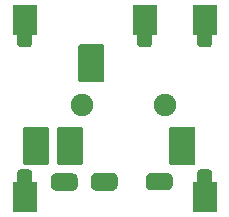
<source format=gts>
G04 #@! TF.GenerationSoftware,KiCad,Pcbnew,9.0.1+1*
G04 #@! TF.CreationDate,2025-11-11T08:29:21+00:00*
G04 #@! TF.ProjectId,audio-jack,61756469-6f2d-46a6-9163-6b2e6b696361,rev?*
G04 #@! TF.SameCoordinates,Original*
G04 #@! TF.FileFunction,Soldermask,Top*
G04 #@! TF.FilePolarity,Negative*
%FSLAX46Y46*%
G04 Gerber Fmt 4.6, Leading zero omitted, Abs format (unit mm)*
G04 Created by KiCad (PCBNEW 9.0.1+1) date 2025-11-11 08:29:21*
%MOMM*%
%LPD*%
G01*
G04 APERTURE LIST*
%ADD10C,1.900000*%
%ADD11R,2.000000X2.540000*%
G04 APERTURE END LIST*
G36*
X42725156Y-42251969D02*
G01*
X43025156Y-42251969D01*
X43025156Y-43751969D01*
X42725156Y-43751969D01*
X42725156Y-42251969D01*
G37*
G36*
X50755156Y-42221969D02*
G01*
X51055156Y-42221969D01*
X51055156Y-43721969D01*
X50755156Y-43721969D01*
X50755156Y-42221969D01*
G37*
G36*
X46105156Y-42231969D02*
G01*
X46405156Y-42231969D01*
X46405156Y-43731969D01*
X46105156Y-43731969D01*
X46105156Y-42231969D01*
G37*
G36*
X42725156Y-43751969D02*
G01*
X42225156Y-43751969D01*
X42225156Y-43747691D01*
X42159893Y-43747691D01*
X42033814Y-43713909D01*
X41920775Y-43648646D01*
X41828479Y-43556350D01*
X41763216Y-43443311D01*
X41729434Y-43317232D01*
X41729434Y-43251969D01*
X41725156Y-43251969D01*
X41725156Y-42751969D01*
X41729434Y-42751969D01*
X41729434Y-42686706D01*
X41763216Y-42560627D01*
X41828479Y-42447588D01*
X41920775Y-42355292D01*
X42033814Y-42290029D01*
X42159893Y-42256247D01*
X42225156Y-42256247D01*
X42225156Y-42251969D01*
X42725156Y-42251969D01*
X42725156Y-43751969D01*
G37*
G36*
X43525156Y-42256247D02*
G01*
X43590419Y-42256247D01*
X43716498Y-42290029D01*
X43829537Y-42355292D01*
X43921833Y-42447588D01*
X43987096Y-42560627D01*
X44020878Y-42686706D01*
X44020878Y-42751969D01*
X44025156Y-42751969D01*
X44025156Y-43251969D01*
X44020878Y-43251969D01*
X44020878Y-43317232D01*
X43987096Y-43443311D01*
X43921833Y-43556350D01*
X43829537Y-43648646D01*
X43716498Y-43713909D01*
X43590419Y-43747691D01*
X43525156Y-43747691D01*
X43525156Y-43751969D01*
X43025156Y-43751969D01*
X43025156Y-42251969D01*
X43525156Y-42251969D01*
X43525156Y-42256247D01*
G37*
D10*
X44365156Y-36461969D03*
X51365156Y-36461969D03*
G36*
G01*
X39363156Y-41461969D02*
X39363156Y-38461969D01*
G75*
G02*
X39465156Y-38359969I102000J0D01*
G01*
X41465156Y-38359969D01*
G75*
G02*
X41567156Y-38461969I0J-102000D01*
G01*
X41567156Y-41461969D01*
G75*
G02*
X41465156Y-41563969I-102000J0D01*
G01*
X39465156Y-41563969D01*
G75*
G02*
X39363156Y-41461969I0J102000D01*
G01*
G37*
G36*
G01*
X51763156Y-41461969D02*
X51763156Y-38461969D01*
G75*
G02*
X51865156Y-38359969I102000J0D01*
G01*
X53865156Y-38359969D01*
G75*
G02*
X53967156Y-38461969I0J-102000D01*
G01*
X53967156Y-41461969D01*
G75*
G02*
X53865156Y-41563969I-102000J0D01*
G01*
X51865156Y-41563969D01*
G75*
G02*
X51763156Y-41461969I0J102000D01*
G01*
G37*
G36*
G01*
X44063156Y-34461969D02*
X44063156Y-31461969D01*
G75*
G02*
X44165156Y-31359969I102000J0D01*
G01*
X46165156Y-31359969D01*
G75*
G02*
X46267156Y-31461969I0J-102000D01*
G01*
X46267156Y-34461969D01*
G75*
G02*
X46165156Y-34563969I-102000J0D01*
G01*
X44165156Y-34563969D01*
G75*
G02*
X44063156Y-34461969I0J102000D01*
G01*
G37*
G36*
G01*
X42263156Y-41461969D02*
X42263156Y-38461969D01*
G75*
G02*
X42365156Y-38359969I102000J0D01*
G01*
X44365156Y-38359969D01*
G75*
G02*
X44467156Y-38461969I0J-102000D01*
G01*
X44467156Y-41461969D01*
G75*
G02*
X44365156Y-41563969I-102000J0D01*
G01*
X42365156Y-41563969D01*
G75*
G02*
X42263156Y-41461969I0J102000D01*
G01*
G37*
D11*
X39515156Y-44261969D03*
G36*
G01*
X39140156Y-41936969D02*
X39890156Y-41936969D01*
G75*
G02*
X40140156Y-42186969I0J-250000D01*
G01*
X40140156Y-42936969D01*
G75*
G02*
X39890156Y-43186969I-250000J0D01*
G01*
X39140156Y-43186969D01*
G75*
G02*
X38890156Y-42936969I0J250000D01*
G01*
X38890156Y-42186969D01*
G75*
G02*
X39140156Y-41936969I250000J0D01*
G01*
G37*
X54755156Y-44261969D03*
G36*
G01*
X54380156Y-41936969D02*
X55130156Y-41936969D01*
G75*
G02*
X55380156Y-42186969I0J-250000D01*
G01*
X55380156Y-42936969D01*
G75*
G02*
X55130156Y-43186969I-250000J0D01*
G01*
X54380156Y-43186969D01*
G75*
G02*
X54130156Y-42936969I0J250000D01*
G01*
X54130156Y-42186969D01*
G75*
G02*
X54380156Y-41936969I250000J0D01*
G01*
G37*
G36*
G01*
X39140156Y-30336969D02*
X39890156Y-30336969D01*
G75*
G02*
X40140156Y-30586969I0J-250000D01*
G01*
X40140156Y-31336969D01*
G75*
G02*
X39890156Y-31586969I-250000J0D01*
G01*
X39140156Y-31586969D01*
G75*
G02*
X38890156Y-31336969I0J250000D01*
G01*
X38890156Y-30586969D01*
G75*
G02*
X39140156Y-30336969I250000J0D01*
G01*
G37*
X39515156Y-29261969D03*
G36*
G01*
X49300156Y-30336969D02*
X50050156Y-30336969D01*
G75*
G02*
X50300156Y-30586969I0J-250000D01*
G01*
X50300156Y-31336969D01*
G75*
G02*
X50050156Y-31586969I-250000J0D01*
G01*
X49300156Y-31586969D01*
G75*
G02*
X49050156Y-31336969I0J250000D01*
G01*
X49050156Y-30586969D01*
G75*
G02*
X49300156Y-30336969I250000J0D01*
G01*
G37*
X49675156Y-29261969D03*
G36*
G01*
X54380156Y-30336969D02*
X55130156Y-30336969D01*
G75*
G02*
X55380156Y-30586969I0J-250000D01*
G01*
X55380156Y-31336969D01*
G75*
G02*
X55130156Y-31586969I-250000J0D01*
G01*
X54380156Y-31586969D01*
G75*
G02*
X54130156Y-31336969I0J250000D01*
G01*
X54130156Y-30586969D01*
G75*
G02*
X54380156Y-30336969I250000J0D01*
G01*
G37*
X54755156Y-29261969D03*
G36*
X50755156Y-43721969D02*
G01*
X50255156Y-43721969D01*
X50255156Y-43717691D01*
X50189893Y-43717691D01*
X50063814Y-43683909D01*
X49950775Y-43618646D01*
X49858479Y-43526350D01*
X49793216Y-43413311D01*
X49759434Y-43287232D01*
X49759434Y-43221969D01*
X49755156Y-43221969D01*
X49755156Y-42721969D01*
X49759434Y-42721969D01*
X49759434Y-42656706D01*
X49793216Y-42530627D01*
X49858479Y-42417588D01*
X49950775Y-42325292D01*
X50063814Y-42260029D01*
X50189893Y-42226247D01*
X50255156Y-42226247D01*
X50255156Y-42221969D01*
X50755156Y-42221969D01*
X50755156Y-43721969D01*
G37*
G36*
X51555156Y-42226247D02*
G01*
X51620419Y-42226247D01*
X51746498Y-42260029D01*
X51859537Y-42325292D01*
X51951833Y-42417588D01*
X52017096Y-42530627D01*
X52050878Y-42656706D01*
X52050878Y-42721969D01*
X52055156Y-42721969D01*
X52055156Y-43221969D01*
X52050878Y-43221969D01*
X52050878Y-43287232D01*
X52017096Y-43413311D01*
X51951833Y-43526350D01*
X51859537Y-43618646D01*
X51746498Y-43683909D01*
X51620419Y-43717691D01*
X51555156Y-43717691D01*
X51555156Y-43721969D01*
X51055156Y-43721969D01*
X51055156Y-42221969D01*
X51555156Y-42221969D01*
X51555156Y-42226247D01*
G37*
G36*
X46105156Y-43731969D02*
G01*
X45605156Y-43731969D01*
X45605156Y-43727691D01*
X45539893Y-43727691D01*
X45413814Y-43693909D01*
X45300775Y-43628646D01*
X45208479Y-43536350D01*
X45143216Y-43423311D01*
X45109434Y-43297232D01*
X45109434Y-43231969D01*
X45105156Y-43231969D01*
X45105156Y-42731969D01*
X45109434Y-42731969D01*
X45109434Y-42666706D01*
X45143216Y-42540627D01*
X45208479Y-42427588D01*
X45300775Y-42335292D01*
X45413814Y-42270029D01*
X45539893Y-42236247D01*
X45605156Y-42236247D01*
X45605156Y-42231969D01*
X46105156Y-42231969D01*
X46105156Y-43731969D01*
G37*
G36*
X46905156Y-42236247D02*
G01*
X46970419Y-42236247D01*
X47096498Y-42270029D01*
X47209537Y-42335292D01*
X47301833Y-42427588D01*
X47367096Y-42540627D01*
X47400878Y-42666706D01*
X47400878Y-42731969D01*
X47405156Y-42731969D01*
X47405156Y-43231969D01*
X47400878Y-43231969D01*
X47400878Y-43297232D01*
X47367096Y-43423311D01*
X47301833Y-43536350D01*
X47209537Y-43628646D01*
X47096498Y-43693909D01*
X46970419Y-43727691D01*
X46905156Y-43727691D01*
X46905156Y-43731969D01*
X46405156Y-43731969D01*
X46405156Y-42231969D01*
X46905156Y-42231969D01*
X46905156Y-42236247D01*
G37*
M02*

</source>
